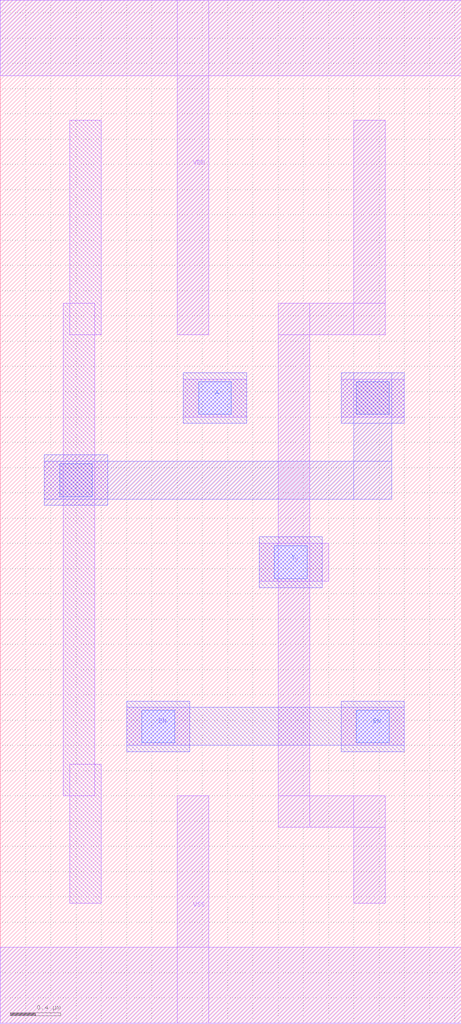
<source format=lef>
# Copyright 2022 Google LLC
# Licensed under the Apache License, Version 2.0 (the "License");
# you may not use this file except in compliance with the License.
# You may obtain a copy of the License at
#
#      http://www.apache.org/licenses/LICENSE-2.0
#
# Unless required by applicable law or agreed to in writing, software
# distributed under the License is distributed on an "AS IS" BASIS,
# WITHOUT WARRANTIES OR CONDITIONS OF ANY KIND, either express or implied.
# See the License for the specific language governing permissions and
# limitations under the License.
VERSION 5.7 ;
BUSBITCHARS "[]" ;
DIVIDERCHAR "/" ;

MACRO gf180mcu_osu_sc_gp12t3v3__tinv_1
  CLASS CORE ;
  ORIGIN 0 0 ;
  FOREIGN gf180mcu_osu_sc_gp12t3v3__tinv_1 0 0 ;
  SIZE 3.65 BY 8.1 ;
  SYMMETRY X Y ;
  SITE GF180_3p3_12t ;
  PIN VDD
    DIRECTION INOUT ;
    USE POWER ;
    SHAPE ABUTMENT ;
    PORT
      LAYER MET1 ;
        RECT 0 7.5 3.65 8.1 ;
        RECT 1.4 5.45 1.65 8.1 ;
    END
  END VDD
  PIN VSS
    DIRECTION INOUT ;
    USE GROUND ;
    PORT
      LAYER MET1 ;
        RECT 0 0 3.65 0.6 ;
        RECT 1.4 0 1.65 1.8 ;
    END
  END VSS
  PIN A
    DIRECTION INPUT ;
    USE SIGNAL ;
    PORT
      LAYER MET1 ;
        RECT 1.45 4.8 1.95 5.1 ;
      LAYER MET2 ;
        RECT 1.45 4.75 1.95 5.15 ;
      LAYER VIA12 ;
        RECT 1.57 4.82 1.83 5.08 ;
    END
  END A
  PIN EN
    DIRECTION INPUT ;
    USE SIGNAL ;
    PORT
      LAYER MET1 ;
        RECT 2.7 2.2 3.2 2.5 ;
        RECT 1 2.2 1.5 2.5 ;
      LAYER MET2 ;
        RECT 2.7 2.15 3.2 2.55 ;
        RECT 1 2.2 3.2 2.5 ;
        RECT 1 2.15 1.5 2.55 ;
      LAYER VIA12 ;
        RECT 1.12 2.22 1.38 2.48 ;
        RECT 2.82 2.22 3.08 2.48 ;
    END
  END EN
  PIN Y
    DIRECTION OUTPUT ;
    USE SIGNAL ;
    PORT
      LAYER MET1 ;
        RECT 2.8 5.45 3.05 7.15 ;
        RECT 2.2 1.55 3.05 1.8 ;
        RECT 2.8 0.95 3.05 1.8 ;
        RECT 2.2 5.45 3.05 5.7 ;
        RECT 2.05 3.5 2.6 3.8 ;
        RECT 2.2 1.55 2.45 5.7 ;
      LAYER MET2 ;
        RECT 2.05 3.45 2.55 3.85 ;
      LAYER VIA12 ;
        RECT 2.17 3.52 2.43 3.78 ;
    END
  END Y
  OBS
    LAYER MET2 ;
      RECT 2.7 4.75 3.2 5.15 ;
      RECT 2.8 4.15 3.1 5.15 ;
      RECT 0.35 4.1 0.85 4.5 ;
      RECT 0.35 4.15 3.1 4.45 ;
    LAYER VIA12 ;
      RECT 2.82 4.82 3.08 5.08 ;
      RECT 0.47 4.17 0.73 4.43 ;
    LAYER MET1 ;
      RECT 0.55 5.45 0.8 7.15 ;
      RECT 0.5 1.8 0.75 5.7 ;
      RECT 0.35 4.15 0.85 4.45 ;
      RECT 0.55 0.95 0.8 2.05 ;
      RECT 2.7 4.8 3.2 5.1 ;
  END
END gf180mcu_osu_sc_gp12t3v3__tinv_1

</source>
